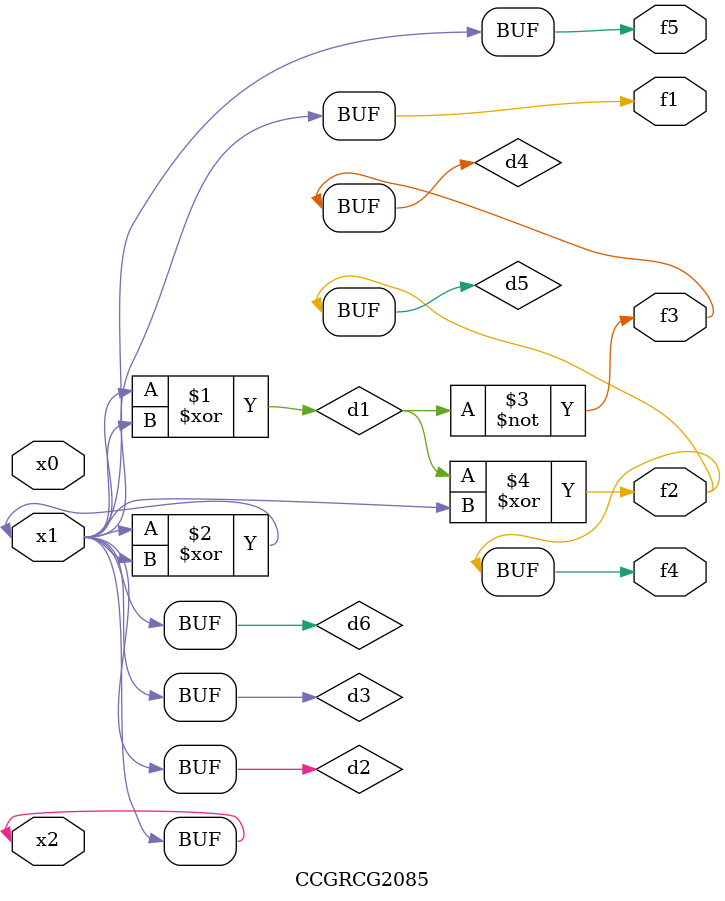
<source format=v>
module CCGRCG2085(
	input x0, x1, x2,
	output f1, f2, f3, f4, f5
);

	wire d1, d2, d3, d4, d5, d6;

	xor (d1, x1, x2);
	buf (d2, x1, x2);
	xor (d3, x1, x2);
	nor (d4, d1);
	xor (d5, d1, d2);
	buf (d6, d2, d3);
	assign f1 = d6;
	assign f2 = d5;
	assign f3 = d4;
	assign f4 = d5;
	assign f5 = d6;
endmodule

</source>
